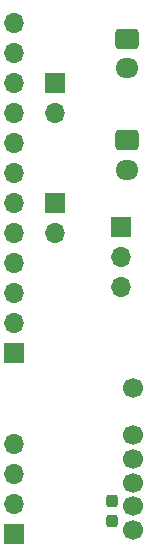
<source format=gbr>
%TF.GenerationSoftware,KiCad,Pcbnew,8.0.9-8.0.9-0~ubuntu22.04.1*%
%TF.CreationDate,2025-12-16T17:58:39+09:00*%
%TF.ProjectId,Jetson_Side_Expand_Board,4a657473-6f6e-45f5-9369-64655f457870,rev?*%
%TF.SameCoordinates,Original*%
%TF.FileFunction,Soldermask,Bot*%
%TF.FilePolarity,Negative*%
%FSLAX46Y46*%
G04 Gerber Fmt 4.6, Leading zero omitted, Abs format (unit mm)*
G04 Created by KiCad (PCBNEW 8.0.9-8.0.9-0~ubuntu22.04.1) date 2025-12-16 17:58:39*
%MOMM*%
%LPD*%
G01*
G04 APERTURE LIST*
G04 Aperture macros list*
%AMRoundRect*
0 Rectangle with rounded corners*
0 $1 Rounding radius*
0 $2 $3 $4 $5 $6 $7 $8 $9 X,Y pos of 4 corners*
0 Add a 4 corners polygon primitive as box body*
4,1,4,$2,$3,$4,$5,$6,$7,$8,$9,$2,$3,0*
0 Add four circle primitives for the rounded corners*
1,1,$1+$1,$2,$3*
1,1,$1+$1,$4,$5*
1,1,$1+$1,$6,$7*
1,1,$1+$1,$8,$9*
0 Add four rect primitives between the rounded corners*
20,1,$1+$1,$2,$3,$4,$5,0*
20,1,$1+$1,$4,$5,$6,$7,0*
20,1,$1+$1,$6,$7,$8,$9,0*
20,1,$1+$1,$8,$9,$2,$3,0*%
G04 Aperture macros list end*
%ADD10R,1.700000X1.700000*%
%ADD11O,1.700000X1.700000*%
%ADD12C,1.700000*%
%ADD13RoundRect,0.250000X-0.725000X0.600000X-0.725000X-0.600000X0.725000X-0.600000X0.725000X0.600000X0*%
%ADD14O,1.950000X1.700000*%
%ADD15RoundRect,0.237500X-0.237500X0.300000X-0.237500X-0.300000X0.237500X-0.300000X0.237500X0.300000X0*%
G04 APERTURE END LIST*
D10*
%TO.C,J8*%
X125222000Y-89677000D03*
D11*
X125222000Y-92217000D03*
X125222000Y-94757000D03*
%TD*%
D12*
%TO.C,J3*%
X126238000Y-115284000D03*
X126238000Y-103284000D03*
X126238000Y-107284000D03*
X126238000Y-109284000D03*
X126238000Y-111284000D03*
X126238000Y-113284000D03*
%TD*%
D13*
%TO.C,J7*%
X125730000Y-82296000D03*
D14*
X125730000Y-84796000D03*
%TD*%
D10*
%TO.C,J4*%
X119634000Y-87625000D03*
D11*
X119634000Y-90165000D03*
%TD*%
D13*
%TO.C,J5*%
X125730000Y-73700000D03*
D14*
X125730000Y-76200000D03*
%TD*%
D10*
%TO.C,J6*%
X119634000Y-77465000D03*
D11*
X119634000Y-80005000D03*
%TD*%
D10*
%TO.C,J2*%
X116160000Y-115610000D03*
D11*
X116160000Y-113070000D03*
X116160000Y-110530000D03*
X116160000Y-107990000D03*
%TD*%
D15*
%TO.C,R2*%
X124460000Y-112802500D03*
X124460000Y-114527500D03*
%TD*%
D10*
%TO.C,J1*%
X116160000Y-100330000D03*
D11*
X116160000Y-97790000D03*
X116160000Y-95250000D03*
X116160000Y-92710000D03*
X116160000Y-90170000D03*
X116160000Y-87630000D03*
X116160000Y-85090000D03*
X116160000Y-82550000D03*
X116160000Y-80010000D03*
X116160000Y-77470000D03*
X116160000Y-74930000D03*
X116160000Y-72390000D03*
%TD*%
M02*

</source>
